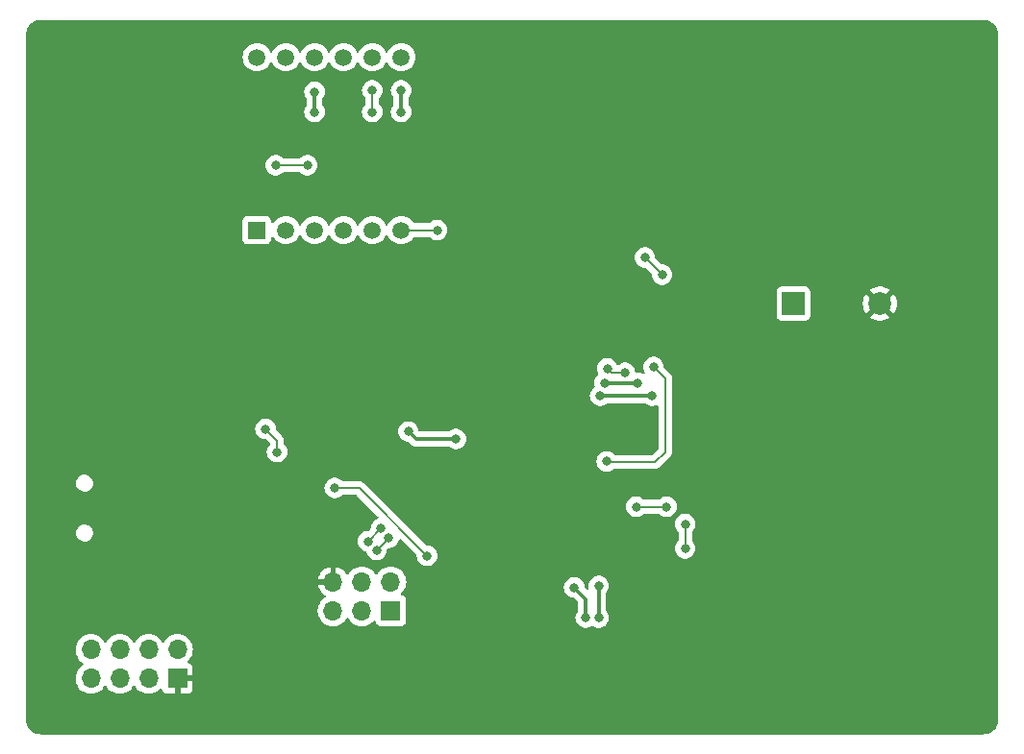
<source format=gbr>
%TF.GenerationSoftware,KiCad,Pcbnew,7.0.1*%
%TF.CreationDate,2023-04-15T03:24:23-06:00*%
%TF.ProjectId,Phase_B_ATMEGA_v3,50686173-655f-4425-9f41-544d4547415f,rev?*%
%TF.SameCoordinates,Original*%
%TF.FileFunction,Copper,L2,Bot*%
%TF.FilePolarity,Positive*%
%FSLAX46Y46*%
G04 Gerber Fmt 4.6, Leading zero omitted, Abs format (unit mm)*
G04 Created by KiCad (PCBNEW 7.0.1) date 2023-04-15 03:24:23*
%MOMM*%
%LPD*%
G01*
G04 APERTURE LIST*
%TA.AperFunction,ComponentPad*%
%ADD10R,1.700000X1.700000*%
%TD*%
%TA.AperFunction,ComponentPad*%
%ADD11O,1.700000X1.700000*%
%TD*%
%TA.AperFunction,ComponentPad*%
%ADD12R,1.500000X1.500000*%
%TD*%
%TA.AperFunction,ComponentPad*%
%ADD13C,1.500000*%
%TD*%
%TA.AperFunction,ComponentPad*%
%ADD14R,2.000000X2.000000*%
%TD*%
%TA.AperFunction,ComponentPad*%
%ADD15C,2.000000*%
%TD*%
%TA.AperFunction,ViaPad*%
%ADD16C,0.800000*%
%TD*%
%TA.AperFunction,Conductor*%
%ADD17C,0.203200*%
%TD*%
%TA.AperFunction,Conductor*%
%ADD18C,0.304800*%
%TD*%
G04 APERTURE END LIST*
D10*
%TO.P,J1,1,MISO*%
%TO.N,MISO*%
X113142000Y-99842000D03*
D11*
%TO.P,J1,2,VCC*%
%TO.N,+5V*%
X113142000Y-97302000D03*
%TO.P,J1,3,SCK*%
%TO.N,SCK*%
X110602000Y-99842000D03*
%TO.P,J1,4,MOSI*%
%TO.N,MOSI*%
X110602000Y-97302000D03*
%TO.P,J1,5,~{RST}*%
%TO.N,RST*%
X108062000Y-99842000D03*
%TO.P,J1,6,GND*%
%TO.N,GND*%
X108062000Y-97302000D03*
%TD*%
D12*
%TO.P,U1,1,e*%
%TO.N,Net-(U1-e)*%
X101346000Y-66294000D03*
D13*
%TO.P,U1,2,d*%
%TO.N,Net-(U1-d)*%
X103886000Y-66294000D03*
%TO.P,U1,3,DPX*%
%TO.N,Net-(U1-DPX)*%
X106426000Y-66294000D03*
%TO.P,U1,4,c*%
%TO.N,Net-(U1-c)*%
X108966000Y-66294000D03*
%TO.P,U1,5,g*%
%TO.N,Net-(U1-g)*%
X111506000Y-66294000D03*
%TO.P,U1,6,CA4*%
%TO.N,Dig4*%
X114046000Y-66294000D03*
%TO.P,U1,7,b*%
%TO.N,Net-(U1-b)*%
X114046000Y-51054000D03*
%TO.P,U1,8,CA3*%
%TO.N,Dig3*%
X111506000Y-51054000D03*
%TO.P,U1,9,CA2*%
%TO.N,Dig2*%
X108966000Y-51054000D03*
%TO.P,U1,10,f*%
%TO.N,Net-(U1-f)*%
X106426000Y-51054000D03*
%TO.P,U1,11,a*%
%TO.N,Net-(U1-a)*%
X103886000Y-51054000D03*
%TO.P,U1,12,CA1*%
%TO.N,Dig1*%
X101346000Y-51054000D03*
%TD*%
D14*
%TO.P,LS1,1,1*%
%TO.N,Buzzer*%
X148600000Y-72771000D03*
D15*
%TO.P,LS1,2,2*%
%TO.N,GND*%
X156200000Y-72771000D03*
%TD*%
D10*
%TO.P,J3,1,Pin_1*%
%TO.N,GND*%
X94351000Y-105811000D03*
D11*
%TO.P,J3,2,Pin_2*%
%TO.N,TX*%
X94351000Y-103271000D03*
%TO.P,J3,3,Pin_3*%
%TO.N,unconnected-(J3-Pin_3-Pad3)*%
X91811000Y-105811000D03*
%TO.P,J3,4,Pin_4*%
%TO.N,+3.3V*%
X91811000Y-103271000D03*
%TO.P,J3,5,Pin_5*%
%TO.N,Net-(J3-Pin_5)*%
X89271000Y-105811000D03*
%TO.P,J3,6,Pin_6*%
%TO.N,+3.3V*%
X89271000Y-103271000D03*
%TO.P,J3,7,Pin_7*%
%TO.N,RX*%
X86731000Y-105811000D03*
%TO.P,J3,8,Pin_8*%
%TO.N,+3.3V*%
X86731000Y-103271000D03*
%TD*%
D16*
%TO.N,GND*%
X94927568Y-90373676D03*
X132969000Y-73787000D03*
X122428000Y-99949000D03*
X99314000Y-94996000D03*
X121666000Y-85725000D03*
X127762000Y-85598000D03*
X140208000Y-106148500D03*
X98425000Y-79502000D03*
X133223000Y-94742000D03*
X115659806Y-82987896D03*
X120240310Y-89111157D03*
X107843284Y-79185837D03*
X121001928Y-104528392D03*
X123761691Y-106024351D03*
X96520000Y-96139000D03*
X102997000Y-99949000D03*
X114632608Y-90938694D03*
X128174878Y-102846028D03*
X90297000Y-92456000D03*
X102108000Y-81788000D03*
X140208000Y-91416500D03*
X125416240Y-101513888D03*
X130595586Y-85193476D03*
X129206701Y-94096659D03*
X114626396Y-89411820D03*
X102997000Y-94488000D03*
X118836998Y-81379074D03*
X116967000Y-108204000D03*
X140026000Y-73660000D03*
X113411000Y-76962000D03*
X130302000Y-81407000D03*
X123063000Y-80772000D03*
X114681000Y-86614000D03*
X123089352Y-94373580D03*
%TO.N,Buzzer*%
X137414000Y-90678000D03*
X134747000Y-90678000D03*
%TO.N,Button_1*%
X139065000Y-92202000D03*
X139065000Y-94361000D03*
%TO.N,Net-(U1-b)*%
X114046000Y-53975000D03*
X114046000Y-55880000D03*
%TO.N,Net-(U1-f)*%
X106426000Y-54102000D03*
X106426000Y-55880000D03*
%TO.N,Dig4*%
X132207000Y-78486000D03*
X133750100Y-78867000D03*
X117221000Y-66294000D03*
%TO.N,Dig3*%
X111506000Y-55880000D03*
X108204000Y-89027000D03*
X116332000Y-94996000D03*
X111506000Y-53975000D03*
X103124000Y-85852000D03*
X102108000Y-83820000D03*
X102997000Y-60579000D03*
X105791000Y-60579000D03*
%TO.N,Dig2*%
X137033000Y-70231000D03*
X135509000Y-68707000D03*
%TO.N,Dig1*%
X132155747Y-86689747D03*
X136271000Y-78359000D03*
%TO.N,SH_CP*%
X118872000Y-84709000D03*
X114681000Y-84043500D03*
%TO.N,ST_CP*%
X136144000Y-80899000D03*
X131572000Y-80899000D03*
%TO.N,DS*%
X131953000Y-79756000D03*
X134874000Y-79756000D03*
%TO.N,SCK*%
X112268000Y-92583000D03*
X111125000Y-93728600D03*
%TO.N,MOSI*%
X112954253Y-93420747D03*
X111887000Y-94488000D03*
%TO.N,TX*%
X129286000Y-97790000D03*
X130302000Y-100457000D03*
%TO.N,RX*%
X131445000Y-97663000D03*
X131445000Y-100457000D03*
%TD*%
D17*
%TO.N,Buzzer*%
X134747000Y-90678000D02*
X137414000Y-90678000D01*
%TO.N,Button_1*%
X139065000Y-94361000D02*
X139065000Y-92202000D01*
D18*
%TO.N,Net-(U1-b)*%
X114046000Y-53975000D02*
X114046000Y-55880000D01*
%TO.N,Net-(U1-f)*%
X106426000Y-55880000D02*
X106426000Y-54102000D01*
D17*
%TO.N,Dig4*%
X132588000Y-78867000D02*
X132207000Y-78486000D01*
X117221000Y-66294000D02*
X114046000Y-66294000D01*
X133750100Y-78867000D02*
X132588000Y-78867000D01*
%TO.N,Dig3*%
X103124000Y-84836000D02*
X103124000Y-85852000D01*
X108204000Y-89027000D02*
X110363000Y-89027000D01*
X111506000Y-53975000D02*
X111506000Y-55880000D01*
X105791000Y-60579000D02*
X102997000Y-60579000D01*
X110363000Y-89027000D02*
X116332000Y-94996000D01*
X102108000Y-83820000D02*
X103124000Y-84836000D01*
%TO.N,Dig2*%
X137033000Y-70231000D02*
X135509000Y-68707000D01*
%TO.N,Dig1*%
X137287000Y-79375000D02*
X137287000Y-85852000D01*
X137287000Y-79375000D02*
X136271000Y-78359000D01*
X137287000Y-85852000D02*
X136398000Y-86741000D01*
X136398000Y-86741000D02*
X132207000Y-86741000D01*
X132207000Y-86741000D02*
X132155747Y-86689747D01*
D18*
%TO.N,SH_CP*%
X118872000Y-84709000D02*
X115346500Y-84709000D01*
X115346500Y-84709000D02*
X114681000Y-84043500D01*
%TO.N,ST_CP*%
X136144000Y-80899000D02*
X131572000Y-80899000D01*
%TO.N,DS*%
X131953000Y-79756000D02*
X134874000Y-79756000D01*
D17*
%TO.N,SCK*%
X112268000Y-92583000D02*
X112268000Y-92585600D01*
X112268000Y-92585600D02*
X111125000Y-93728600D01*
%TO.N,MOSI*%
X112903000Y-93472000D02*
X111887000Y-94488000D01*
D18*
%TO.N,TX*%
X130302000Y-98806000D02*
X130302000Y-100457000D01*
X129286000Y-97790000D02*
X130302000Y-98806000D01*
%TO.N,RX*%
X131445000Y-97663000D02*
X131445000Y-100457000D01*
%TD*%
%TA.AperFunction,Conductor*%
%TO.N,GND*%
G36*
X165358853Y-47752882D02*
G01*
X165361530Y-47753092D01*
X165410632Y-47756957D01*
X165411244Y-47757008D01*
X165551579Y-47769285D01*
X165569698Y-47772236D01*
X165648494Y-47791153D01*
X165651476Y-47791910D01*
X165756793Y-47820130D01*
X165772150Y-47825343D01*
X165800451Y-47837065D01*
X165852496Y-47858622D01*
X165857376Y-47860770D01*
X165950788Y-47904329D01*
X165963135Y-47910963D01*
X166039163Y-47957553D01*
X166045477Y-47961694D01*
X166128166Y-48019594D01*
X166137551Y-48026860D01*
X166205975Y-48085299D01*
X166213124Y-48091908D01*
X166284090Y-48162874D01*
X166290699Y-48170023D01*
X166349135Y-48238442D01*
X166356414Y-48247844D01*
X166414299Y-48330513D01*
X166418451Y-48336845D01*
X166465028Y-48412852D01*
X166471680Y-48425231D01*
X166515208Y-48518577D01*
X166517388Y-48523531D01*
X166550655Y-48603848D01*
X166555868Y-48619205D01*
X166584067Y-48724442D01*
X166584866Y-48727589D01*
X166603760Y-48806290D01*
X166606714Y-48824430D01*
X166618967Y-48964487D01*
X166619057Y-48965562D01*
X166623118Y-49017145D01*
X166623500Y-49026877D01*
X166623500Y-109469123D01*
X166623117Y-109478855D01*
X166619056Y-109530436D01*
X166618967Y-109531511D01*
X166606714Y-109671568D01*
X166603760Y-109689708D01*
X166584866Y-109768409D01*
X166584067Y-109771556D01*
X166555868Y-109876793D01*
X166550655Y-109892150D01*
X166517388Y-109972467D01*
X166515208Y-109977421D01*
X166471680Y-110070767D01*
X166465025Y-110083153D01*
X166418451Y-110159153D01*
X166414299Y-110165485D01*
X166356414Y-110248154D01*
X166349129Y-110257563D01*
X166290699Y-110325975D01*
X166284090Y-110333124D01*
X166213124Y-110404090D01*
X166205975Y-110410699D01*
X166137563Y-110469129D01*
X166128154Y-110476414D01*
X166045485Y-110534299D01*
X166039153Y-110538451D01*
X165963153Y-110585025D01*
X165950767Y-110591680D01*
X165857421Y-110635208D01*
X165852467Y-110637388D01*
X165772150Y-110670655D01*
X165756793Y-110675868D01*
X165651556Y-110704067D01*
X165648409Y-110704866D01*
X165569708Y-110723760D01*
X165551568Y-110726714D01*
X165411511Y-110738967D01*
X165410436Y-110739056D01*
X165358855Y-110743117D01*
X165349123Y-110743500D01*
X82300877Y-110743500D01*
X82291147Y-110743118D01*
X82286829Y-110742778D01*
X82239562Y-110739057D01*
X82238487Y-110738967D01*
X82098430Y-110726714D01*
X82080290Y-110723760D01*
X82001589Y-110704866D01*
X81998442Y-110704067D01*
X81893205Y-110675868D01*
X81877848Y-110670655D01*
X81797531Y-110637388D01*
X81792577Y-110635208D01*
X81699224Y-110591676D01*
X81686852Y-110585028D01*
X81639554Y-110556044D01*
X81610845Y-110538451D01*
X81604513Y-110534299D01*
X81569624Y-110509869D01*
X81521839Y-110476410D01*
X81512442Y-110469135D01*
X81444023Y-110410699D01*
X81436874Y-110404090D01*
X81365908Y-110333124D01*
X81359299Y-110325975D01*
X81338545Y-110301675D01*
X81300860Y-110257551D01*
X81293594Y-110248166D01*
X81235694Y-110165477D01*
X81231547Y-110159153D01*
X81184963Y-110083135D01*
X81178329Y-110070788D01*
X81134770Y-109977376D01*
X81132622Y-109972496D01*
X81099343Y-109892150D01*
X81094130Y-109876793D01*
X81065910Y-109771476D01*
X81065153Y-109768494D01*
X81046236Y-109689698D01*
X81043285Y-109671579D01*
X81031008Y-109531244D01*
X81030957Y-109530632D01*
X81026882Y-109478853D01*
X81026500Y-109469126D01*
X81026500Y-105811000D01*
X85375340Y-105811000D01*
X85395936Y-106046407D01*
X85440709Y-106213501D01*
X85457097Y-106274663D01*
X85556965Y-106488830D01*
X85692505Y-106682401D01*
X85859599Y-106849495D01*
X86053170Y-106985035D01*
X86267337Y-107084903D01*
X86495592Y-107146063D01*
X86731000Y-107166659D01*
X86966408Y-107146063D01*
X87194663Y-107084903D01*
X87408830Y-106985035D01*
X87602401Y-106849495D01*
X87769495Y-106682401D01*
X87899426Y-106496839D01*
X87943743Y-106457975D01*
X88001000Y-106443964D01*
X88058257Y-106457975D01*
X88102573Y-106496839D01*
X88232505Y-106682401D01*
X88399599Y-106849495D01*
X88593170Y-106985035D01*
X88807337Y-107084903D01*
X89035592Y-107146063D01*
X89271000Y-107166659D01*
X89506408Y-107146063D01*
X89734663Y-107084903D01*
X89948830Y-106985035D01*
X90142401Y-106849495D01*
X90309495Y-106682401D01*
X90439426Y-106496839D01*
X90483743Y-106457975D01*
X90541000Y-106443964D01*
X90598257Y-106457975D01*
X90642573Y-106496839D01*
X90772505Y-106682401D01*
X90939599Y-106849495D01*
X91133170Y-106985035D01*
X91347337Y-107084903D01*
X91575592Y-107146063D01*
X91811000Y-107166659D01*
X92046408Y-107146063D01*
X92274663Y-107084903D01*
X92488830Y-106985035D01*
X92682401Y-106849495D01*
X92804717Y-106727178D01*
X92857460Y-106695885D01*
X92918752Y-106693696D01*
X92973597Y-106721149D01*
X93008577Y-106771528D01*
X93057647Y-106903088D01*
X93143811Y-107018188D01*
X93258910Y-107104352D01*
X93393624Y-107154597D01*
X93453176Y-107161000D01*
X94101000Y-107161000D01*
X94101000Y-106061000D01*
X94601000Y-106061000D01*
X94601000Y-107161000D01*
X95248824Y-107161000D01*
X95308375Y-107154597D01*
X95443089Y-107104352D01*
X95558188Y-107018188D01*
X95644352Y-106903089D01*
X95694597Y-106768375D01*
X95701000Y-106708824D01*
X95701000Y-106061000D01*
X94601000Y-106061000D01*
X94101000Y-106061000D01*
X94101000Y-105685000D01*
X94117613Y-105623000D01*
X94163000Y-105577613D01*
X94225000Y-105561000D01*
X95701000Y-105561000D01*
X95701000Y-104913176D01*
X95694597Y-104853624D01*
X95644352Y-104718910D01*
X95558188Y-104603811D01*
X95443088Y-104517647D01*
X95311528Y-104468577D01*
X95261149Y-104433597D01*
X95233696Y-104378752D01*
X95235885Y-104317460D01*
X95267178Y-104264717D01*
X95389495Y-104142401D01*
X95525035Y-103948830D01*
X95624903Y-103734663D01*
X95686063Y-103506408D01*
X95706659Y-103271000D01*
X95686063Y-103035592D01*
X95624903Y-102807337D01*
X95525035Y-102593171D01*
X95389495Y-102399599D01*
X95222401Y-102232505D01*
X95028830Y-102096965D01*
X94814663Y-101997097D01*
X94753502Y-101980709D01*
X94586407Y-101935936D01*
X94351000Y-101915340D01*
X94115592Y-101935936D01*
X93887336Y-101997097D01*
X93673170Y-102096965D01*
X93479598Y-102232505D01*
X93312505Y-102399598D01*
X93182575Y-102585159D01*
X93138257Y-102624025D01*
X93081000Y-102638036D01*
X93023743Y-102624025D01*
X92979425Y-102585159D01*
X92849494Y-102399598D01*
X92682404Y-102232508D01*
X92682401Y-102232505D01*
X92488830Y-102096965D01*
X92274663Y-101997097D01*
X92213502Y-101980709D01*
X92046407Y-101935936D01*
X91811000Y-101915340D01*
X91575592Y-101935936D01*
X91347336Y-101997097D01*
X91133170Y-102096965D01*
X90939598Y-102232505D01*
X90772505Y-102399598D01*
X90642575Y-102585159D01*
X90598257Y-102624025D01*
X90541000Y-102638036D01*
X90483743Y-102624025D01*
X90439425Y-102585159D01*
X90309494Y-102399598D01*
X90142404Y-102232508D01*
X90142401Y-102232505D01*
X89948830Y-102096965D01*
X89734663Y-101997097D01*
X89673502Y-101980709D01*
X89506407Y-101935936D01*
X89271000Y-101915340D01*
X89035592Y-101935936D01*
X88807336Y-101997097D01*
X88593170Y-102096965D01*
X88399598Y-102232505D01*
X88232505Y-102399598D01*
X88102575Y-102585159D01*
X88058257Y-102624025D01*
X88001000Y-102638036D01*
X87943743Y-102624025D01*
X87899425Y-102585159D01*
X87769494Y-102399598D01*
X87602404Y-102232508D01*
X87602401Y-102232505D01*
X87408830Y-102096965D01*
X87194663Y-101997097D01*
X87133502Y-101980709D01*
X86966407Y-101935936D01*
X86731000Y-101915340D01*
X86495592Y-101935936D01*
X86267336Y-101997097D01*
X86053170Y-102096965D01*
X85859598Y-102232505D01*
X85692505Y-102399598D01*
X85556965Y-102593170D01*
X85457097Y-102807336D01*
X85395936Y-103035592D01*
X85375340Y-103270999D01*
X85395936Y-103506407D01*
X85440709Y-103673502D01*
X85457097Y-103734663D01*
X85556965Y-103948830D01*
X85692505Y-104142401D01*
X85859599Y-104309495D01*
X86045160Y-104439426D01*
X86084024Y-104483743D01*
X86098035Y-104541000D01*
X86084024Y-104598257D01*
X86045159Y-104642575D01*
X85859595Y-104772508D01*
X85692505Y-104939598D01*
X85556965Y-105133170D01*
X85457097Y-105347336D01*
X85395936Y-105575592D01*
X85375340Y-105811000D01*
X81026500Y-105811000D01*
X81026500Y-99842000D01*
X106706340Y-99842000D01*
X106726936Y-100077407D01*
X106771709Y-100244501D01*
X106788097Y-100305663D01*
X106887965Y-100519830D01*
X107023505Y-100713401D01*
X107190599Y-100880495D01*
X107384170Y-101016035D01*
X107598337Y-101115903D01*
X107826592Y-101177063D01*
X108062000Y-101197659D01*
X108297408Y-101177063D01*
X108525663Y-101115903D01*
X108739830Y-101016035D01*
X108933401Y-100880495D01*
X109100495Y-100713401D01*
X109230426Y-100527839D01*
X109274743Y-100488975D01*
X109332000Y-100474964D01*
X109389257Y-100488975D01*
X109433573Y-100527839D01*
X109563505Y-100713401D01*
X109730599Y-100880495D01*
X109924170Y-101016035D01*
X110138337Y-101115903D01*
X110366592Y-101177063D01*
X110602000Y-101197659D01*
X110837408Y-101177063D01*
X111065663Y-101115903D01*
X111279830Y-101016035D01*
X111473401Y-100880495D01*
X111595329Y-100758566D01*
X111648072Y-100727273D01*
X111709365Y-100725084D01*
X111764209Y-100752537D01*
X111799189Y-100802916D01*
X111848204Y-100934331D01*
X111934454Y-101049546D01*
X112049669Y-101135796D01*
X112184517Y-101186091D01*
X112244127Y-101192500D01*
X114039872Y-101192499D01*
X114099483Y-101186091D01*
X114234331Y-101135796D01*
X114349546Y-101049546D01*
X114435796Y-100934331D01*
X114486091Y-100799483D01*
X114492500Y-100739873D01*
X114492499Y-98944128D01*
X114486091Y-98884517D01*
X114435796Y-98749669D01*
X114349546Y-98634454D01*
X114234331Y-98548204D01*
X114172898Y-98525291D01*
X114102916Y-98499189D01*
X114052537Y-98464209D01*
X114025084Y-98409365D01*
X114027273Y-98348072D01*
X114058566Y-98295329D01*
X114180495Y-98173401D01*
X114316035Y-97979830D01*
X114404554Y-97790000D01*
X128380540Y-97790000D01*
X128400326Y-97978257D01*
X128458820Y-98158284D01*
X128553466Y-98322216D01*
X128680129Y-98462889D01*
X128833269Y-98574151D01*
X129006197Y-98651144D01*
X129191352Y-98690500D01*
X129191354Y-98690500D01*
X129211798Y-98690500D01*
X129259251Y-98699939D01*
X129299479Y-98726819D01*
X129612781Y-99040121D01*
X129639661Y-99080349D01*
X129649100Y-99127802D01*
X129649100Y-99788744D01*
X129640864Y-99833182D01*
X129617249Y-99871717D01*
X129569466Y-99924783D01*
X129474820Y-100088715D01*
X129416326Y-100268742D01*
X129416325Y-100268744D01*
X129416326Y-100268744D01*
X129396540Y-100457000D01*
X129406432Y-100551127D01*
X129416326Y-100645257D01*
X129474820Y-100825284D01*
X129569466Y-100989216D01*
X129696129Y-101129889D01*
X129849269Y-101241151D01*
X130022197Y-101318144D01*
X130207352Y-101357500D01*
X130207354Y-101357500D01*
X130396646Y-101357500D01*
X130396648Y-101357500D01*
X130520084Y-101331262D01*
X130581803Y-101318144D01*
X130754730Y-101241151D01*
X130800616Y-101207811D01*
X130847717Y-101186841D01*
X130899280Y-101186841D01*
X130946385Y-101207814D01*
X130992269Y-101241151D01*
X131165197Y-101318144D01*
X131350352Y-101357500D01*
X131350354Y-101357500D01*
X131539646Y-101357500D01*
X131539648Y-101357500D01*
X131663084Y-101331262D01*
X131724803Y-101318144D01*
X131897730Y-101241151D01*
X131985940Y-101177063D01*
X132050870Y-101129889D01*
X132177533Y-100989216D01*
X132272179Y-100825284D01*
X132308532Y-100713401D01*
X132330674Y-100645256D01*
X132350460Y-100457000D01*
X132330674Y-100268744D01*
X132272179Y-100088716D01*
X132272179Y-100088715D01*
X132177533Y-99924783D01*
X132129751Y-99871717D01*
X132106136Y-99833182D01*
X132097900Y-99788744D01*
X132097900Y-98331256D01*
X132106136Y-98286818D01*
X132129751Y-98248283D01*
X132177533Y-98195216D01*
X132272179Y-98031284D01*
X132272178Y-98031284D01*
X132330674Y-97851256D01*
X132350460Y-97663000D01*
X132330674Y-97474744D01*
X132274546Y-97302000D01*
X132272179Y-97294715D01*
X132177533Y-97130783D01*
X132050870Y-96990110D01*
X131897730Y-96878848D01*
X131724802Y-96801855D01*
X131539648Y-96762500D01*
X131539646Y-96762500D01*
X131350354Y-96762500D01*
X131350352Y-96762500D01*
X131165197Y-96801855D01*
X130992269Y-96878848D01*
X130839129Y-96990110D01*
X130712466Y-97130783D01*
X130617820Y-97294715D01*
X130559326Y-97474742D01*
X130539540Y-97663000D01*
X130556635Y-97825651D01*
X130548122Y-97885465D01*
X130512354Y-97934156D01*
X130457823Y-97960166D01*
X130397474Y-97957320D01*
X130345633Y-97926293D01*
X130220410Y-97801070D01*
X130196170Y-97766772D01*
X130184770Y-97726351D01*
X130178112Y-97663000D01*
X130171674Y-97601744D01*
X130113179Y-97421716D01*
X130113179Y-97421715D01*
X130018533Y-97257783D01*
X129891870Y-97117110D01*
X129738730Y-97005848D01*
X129565802Y-96928855D01*
X129380648Y-96889500D01*
X129380646Y-96889500D01*
X129191354Y-96889500D01*
X129191352Y-96889500D01*
X129006197Y-96928855D01*
X128833269Y-97005848D01*
X128680129Y-97117110D01*
X128553466Y-97257783D01*
X128458820Y-97421715D01*
X128400326Y-97601742D01*
X128380540Y-97790000D01*
X114404554Y-97790000D01*
X114415903Y-97765663D01*
X114477063Y-97537408D01*
X114497659Y-97302000D01*
X114477063Y-97066592D01*
X114415903Y-96838337D01*
X114316035Y-96624171D01*
X114180495Y-96430599D01*
X114013401Y-96263505D01*
X113819830Y-96127965D01*
X113605663Y-96028097D01*
X113544502Y-96011709D01*
X113377407Y-95966936D01*
X113142000Y-95946340D01*
X112906592Y-95966936D01*
X112678336Y-96028097D01*
X112464170Y-96127965D01*
X112270598Y-96263505D01*
X112103508Y-96430595D01*
X111973574Y-96616160D01*
X111929255Y-96655026D01*
X111871999Y-96669036D01*
X111814742Y-96655025D01*
X111770426Y-96616161D01*
X111640495Y-96430599D01*
X111473401Y-96263505D01*
X111279830Y-96127965D01*
X111065663Y-96028097D01*
X111004502Y-96011709D01*
X110837407Y-95966936D01*
X110602000Y-95946340D01*
X110366592Y-95966936D01*
X110138336Y-96028097D01*
X109924170Y-96127965D01*
X109730598Y-96263505D01*
X109563508Y-96430595D01*
X109433269Y-96616596D01*
X109388951Y-96655461D01*
X109331694Y-96669472D01*
X109274437Y-96655461D01*
X109230119Y-96616595D01*
X109100109Y-96430921D01*
X108933081Y-96263893D01*
X108739576Y-96128399D01*
X108525492Y-96028569D01*
X108312000Y-95971364D01*
X108312000Y-97428000D01*
X108295387Y-97490000D01*
X108250000Y-97535387D01*
X108188000Y-97552000D01*
X106731364Y-97552000D01*
X106788569Y-97765492D01*
X106888399Y-97979576D01*
X107023893Y-98173081D01*
X107190918Y-98340106D01*
X107376595Y-98470119D01*
X107415460Y-98514437D01*
X107429471Y-98571694D01*
X107415460Y-98628951D01*
X107376595Y-98673269D01*
X107190595Y-98803508D01*
X107023505Y-98970598D01*
X106887965Y-99164170D01*
X106788097Y-99378336D01*
X106726936Y-99606592D01*
X106706340Y-99842000D01*
X81026500Y-99842000D01*
X81026500Y-97052000D01*
X106731364Y-97052000D01*
X107812000Y-97052000D01*
X107812000Y-95971364D01*
X107811999Y-95971364D01*
X107598507Y-96028569D01*
X107384421Y-96128400D01*
X107190921Y-96263890D01*
X107023890Y-96430921D01*
X106888400Y-96624421D01*
X106788569Y-96838507D01*
X106731364Y-97051999D01*
X106731364Y-97052000D01*
X81026500Y-97052000D01*
X81026500Y-93043934D01*
X85407668Y-93043934D01*
X85423058Y-93131207D01*
X85438135Y-93216711D01*
X85504198Y-93369863D01*
X85507623Y-93377804D01*
X85612390Y-93518530D01*
X85746783Y-93631300D01*
X85746784Y-93631300D01*
X85746786Y-93631302D01*
X85903567Y-93710040D01*
X85903568Y-93710040D01*
X85903570Y-93710041D01*
X86074277Y-93750500D01*
X86074279Y-93750500D01*
X86205704Y-93750500D01*
X86205709Y-93750500D01*
X86336255Y-93735241D01*
X86501117Y-93675237D01*
X86647696Y-93578830D01*
X86768092Y-93451218D01*
X86855812Y-93299281D01*
X86906130Y-93131210D01*
X86916331Y-92956065D01*
X86885865Y-92783289D01*
X86816377Y-92622196D01*
X86711610Y-92481470D01*
X86711609Y-92481469D01*
X86577216Y-92368699D01*
X86420429Y-92289958D01*
X86249723Y-92249500D01*
X86249721Y-92249500D01*
X86118291Y-92249500D01*
X86036699Y-92259036D01*
X85987742Y-92264759D01*
X85822883Y-92324762D01*
X85676303Y-92421170D01*
X85555908Y-92548780D01*
X85468188Y-92700718D01*
X85468188Y-92700719D01*
X85417870Y-92868790D01*
X85417869Y-92868792D01*
X85417870Y-92868792D01*
X85407668Y-93043934D01*
X81026500Y-93043934D01*
X81026500Y-88643934D01*
X85407668Y-88643934D01*
X85410275Y-88658716D01*
X85438135Y-88816711D01*
X85473752Y-88899281D01*
X85507623Y-88977804D01*
X85612390Y-89118530D01*
X85746783Y-89231300D01*
X85746784Y-89231300D01*
X85746786Y-89231302D01*
X85903567Y-89310040D01*
X85903568Y-89310040D01*
X85903570Y-89310041D01*
X86074277Y-89350500D01*
X86074279Y-89350500D01*
X86205704Y-89350500D01*
X86205709Y-89350500D01*
X86336255Y-89335241D01*
X86501117Y-89275237D01*
X86647696Y-89178830D01*
X86768092Y-89051218D01*
X86782074Y-89027000D01*
X107298540Y-89027000D01*
X107318326Y-89215257D01*
X107376820Y-89395284D01*
X107471466Y-89559216D01*
X107598129Y-89699889D01*
X107751269Y-89811151D01*
X107924197Y-89888144D01*
X108109352Y-89927500D01*
X108109354Y-89927500D01*
X108298646Y-89927500D01*
X108298648Y-89927500D01*
X108422083Y-89901262D01*
X108483803Y-89888144D01*
X108656730Y-89811151D01*
X108809871Y-89699888D01*
X108836667Y-89670127D01*
X108878381Y-89639820D01*
X108928817Y-89629100D01*
X110062240Y-89629100D01*
X110109693Y-89638539D01*
X110149921Y-89665419D01*
X112011572Y-91527070D01*
X112042313Y-91577980D01*
X112045815Y-91637348D01*
X112021271Y-91691518D01*
X111974327Y-91728030D01*
X111815269Y-91798848D01*
X111662129Y-91910110D01*
X111535466Y-92050783D01*
X111440820Y-92214715D01*
X111382326Y-92394742D01*
X111373211Y-92481469D01*
X111363877Y-92570284D01*
X111361178Y-92595961D01*
X111359322Y-92595765D01*
X111355302Y-92629718D01*
X111326098Y-92676002D01*
X111210322Y-92791780D01*
X111170093Y-92818661D01*
X111122640Y-92828100D01*
X111030352Y-92828100D01*
X110845197Y-92867455D01*
X110672269Y-92944448D01*
X110519129Y-93055710D01*
X110392466Y-93196383D01*
X110297820Y-93360315D01*
X110239326Y-93540342D01*
X110219540Y-93728600D01*
X110239326Y-93916857D01*
X110297820Y-94096884D01*
X110392466Y-94260816D01*
X110519129Y-94401489D01*
X110672269Y-94512751D01*
X110845193Y-94589743D01*
X110845196Y-94589743D01*
X110845197Y-94589744D01*
X110912687Y-94604089D01*
X110969878Y-94633229D01*
X111004837Y-94687061D01*
X111059820Y-94856284D01*
X111154466Y-95020216D01*
X111281129Y-95160889D01*
X111434269Y-95272151D01*
X111607197Y-95349144D01*
X111792352Y-95388500D01*
X111792354Y-95388500D01*
X111981646Y-95388500D01*
X111981648Y-95388500D01*
X112105084Y-95362262D01*
X112166803Y-95349144D01*
X112339730Y-95272151D01*
X112492871Y-95160888D01*
X112619533Y-95020216D01*
X112714179Y-94856284D01*
X112772674Y-94676256D01*
X112792460Y-94488000D01*
X112792459Y-94487998D01*
X112793822Y-94475038D01*
X112796199Y-94475287D01*
X112799937Y-94443652D01*
X112829151Y-94397346D01*
X112868935Y-94357564D01*
X112909163Y-94330685D01*
X112956614Y-94321247D01*
X113048901Y-94321247D01*
X113172336Y-94295009D01*
X113234056Y-94281891D01*
X113406983Y-94204898D01*
X113503388Y-94134856D01*
X113560123Y-94093636D01*
X113686786Y-93952963D01*
X113781432Y-93789031D01*
X113781432Y-93789030D01*
X113839585Y-93610055D01*
X113873344Y-93557319D01*
X113928568Y-93527801D01*
X113991174Y-93529031D01*
X114045196Y-93560694D01*
X115389850Y-94905348D01*
X115419055Y-94951632D01*
X115422803Y-94983288D01*
X115425178Y-94983039D01*
X115446326Y-95184257D01*
X115504820Y-95364284D01*
X115599466Y-95528216D01*
X115726129Y-95668889D01*
X115879269Y-95780151D01*
X116052197Y-95857144D01*
X116237352Y-95896500D01*
X116237354Y-95896500D01*
X116426646Y-95896500D01*
X116426648Y-95896500D01*
X116550083Y-95870262D01*
X116611803Y-95857144D01*
X116784730Y-95780151D01*
X116937871Y-95668888D01*
X117064533Y-95528216D01*
X117159179Y-95364284D01*
X117217674Y-95184256D01*
X117237460Y-94996000D01*
X117217674Y-94807744D01*
X117187332Y-94714363D01*
X117159179Y-94627715D01*
X117064533Y-94463783D01*
X116971986Y-94361000D01*
X138159540Y-94361000D01*
X138167756Y-94439170D01*
X138179326Y-94549257D01*
X138237820Y-94729284D01*
X138332466Y-94893216D01*
X138459129Y-95033889D01*
X138612269Y-95145151D01*
X138785197Y-95222144D01*
X138970352Y-95261500D01*
X138970354Y-95261500D01*
X139159646Y-95261500D01*
X139159648Y-95261500D01*
X139283083Y-95235262D01*
X139344803Y-95222144D01*
X139517730Y-95145151D01*
X139670871Y-95033888D01*
X139797533Y-94893216D01*
X139892179Y-94729284D01*
X139950674Y-94549256D01*
X139970460Y-94361000D01*
X139950674Y-94172744D01*
X139892179Y-93992716D01*
X139892179Y-93992715D01*
X139797533Y-93828783D01*
X139698950Y-93719296D01*
X139675336Y-93680762D01*
X139667100Y-93636324D01*
X139667100Y-92926676D01*
X139675336Y-92882238D01*
X139698950Y-92843704D01*
X139797533Y-92734216D01*
X139892179Y-92570284D01*
X139899166Y-92548780D01*
X139950674Y-92390256D01*
X139970460Y-92202000D01*
X139950674Y-92013744D01*
X139892179Y-91833716D01*
X139892179Y-91833715D01*
X139797533Y-91669783D01*
X139670870Y-91529110D01*
X139517730Y-91417848D01*
X139344802Y-91340855D01*
X139159648Y-91301500D01*
X139159646Y-91301500D01*
X138970354Y-91301500D01*
X138970352Y-91301500D01*
X138785197Y-91340855D01*
X138612269Y-91417848D01*
X138459129Y-91529110D01*
X138332466Y-91669783D01*
X138237820Y-91833715D01*
X138179326Y-92013742D01*
X138179325Y-92013744D01*
X138179326Y-92013744D01*
X138159540Y-92202000D01*
X138164532Y-92249500D01*
X138179326Y-92390257D01*
X138237820Y-92570284D01*
X138332466Y-92734216D01*
X138431050Y-92843704D01*
X138454664Y-92882238D01*
X138462900Y-92926676D01*
X138462900Y-93636324D01*
X138454664Y-93680762D01*
X138431050Y-93719296D01*
X138332466Y-93828783D01*
X138237820Y-93992715D01*
X138179326Y-94172742D01*
X138175216Y-94211848D01*
X138159540Y-94361000D01*
X116971986Y-94361000D01*
X116937870Y-94323110D01*
X116784730Y-94211848D01*
X116611802Y-94134855D01*
X116426648Y-94095500D01*
X116426646Y-94095500D01*
X116334360Y-94095500D01*
X116286907Y-94086061D01*
X116246679Y-94059181D01*
X112865498Y-90678000D01*
X133841540Y-90678000D01*
X133861326Y-90866257D01*
X133919820Y-91046284D01*
X134014466Y-91210216D01*
X134141129Y-91350889D01*
X134294269Y-91462151D01*
X134467197Y-91539144D01*
X134652352Y-91578500D01*
X134652354Y-91578500D01*
X134841646Y-91578500D01*
X134841648Y-91578500D01*
X134965084Y-91552262D01*
X135026803Y-91539144D01*
X135199730Y-91462151D01*
X135352871Y-91350888D01*
X135379667Y-91321127D01*
X135421381Y-91290820D01*
X135471817Y-91280100D01*
X136689183Y-91280100D01*
X136739619Y-91290820D01*
X136781333Y-91321128D01*
X136808130Y-91350889D01*
X136961269Y-91462151D01*
X137134197Y-91539144D01*
X137319352Y-91578500D01*
X137319354Y-91578500D01*
X137508646Y-91578500D01*
X137508648Y-91578500D01*
X137632084Y-91552262D01*
X137693803Y-91539144D01*
X137866730Y-91462151D01*
X138019871Y-91350888D01*
X138146533Y-91210216D01*
X138241179Y-91046284D01*
X138299674Y-90866256D01*
X138319460Y-90678000D01*
X138299674Y-90489744D01*
X138241179Y-90309716D01*
X138241179Y-90309715D01*
X138146533Y-90145783D01*
X138019870Y-90005110D01*
X137866730Y-89893848D01*
X137693802Y-89816855D01*
X137508648Y-89777500D01*
X137508646Y-89777500D01*
X137319354Y-89777500D01*
X137319352Y-89777500D01*
X137134197Y-89816855D01*
X136961269Y-89893848D01*
X136808130Y-90005110D01*
X136781333Y-90034872D01*
X136739619Y-90065180D01*
X136689183Y-90075900D01*
X135471817Y-90075900D01*
X135421381Y-90065180D01*
X135379667Y-90034872D01*
X135352869Y-90005110D01*
X135199730Y-89893848D01*
X135026802Y-89816855D01*
X134841648Y-89777500D01*
X134841646Y-89777500D01*
X134652354Y-89777500D01*
X134652352Y-89777500D01*
X134467197Y-89816855D01*
X134294269Y-89893848D01*
X134141129Y-90005110D01*
X134014466Y-90145783D01*
X133919820Y-90309715D01*
X133861326Y-90489742D01*
X133841540Y-90678000D01*
X112865498Y-90678000D01*
X110822396Y-88634898D01*
X110811701Y-88622703D01*
X110792421Y-88597577D01*
X110760849Y-88573351D01*
X110760847Y-88573349D01*
X110666647Y-88501067D01*
X110520180Y-88440398D01*
X110504772Y-88438369D01*
X110394408Y-88423839D01*
X110394395Y-88423839D01*
X110363000Y-88419705D01*
X110331605Y-88423839D01*
X110315420Y-88424900D01*
X108928817Y-88424900D01*
X108878381Y-88414180D01*
X108836667Y-88383872D01*
X108809869Y-88354110D01*
X108656730Y-88242848D01*
X108483802Y-88165855D01*
X108298648Y-88126500D01*
X108298646Y-88126500D01*
X108109354Y-88126500D01*
X108109352Y-88126500D01*
X107924197Y-88165855D01*
X107751269Y-88242848D01*
X107598129Y-88354110D01*
X107471466Y-88494783D01*
X107376820Y-88658715D01*
X107318326Y-88838742D01*
X107298540Y-89027000D01*
X86782074Y-89027000D01*
X86855812Y-88899281D01*
X86906130Y-88731210D01*
X86916331Y-88556065D01*
X86885865Y-88383289D01*
X86816377Y-88222196D01*
X86711610Y-88081470D01*
X86711609Y-88081469D01*
X86577216Y-87968699D01*
X86420429Y-87889958D01*
X86249723Y-87849500D01*
X86249721Y-87849500D01*
X86118291Y-87849500D01*
X86036699Y-87859036D01*
X85987742Y-87864759D01*
X85822883Y-87924762D01*
X85676303Y-88021170D01*
X85555908Y-88148780D01*
X85468188Y-88300718D01*
X85468188Y-88300719D01*
X85417870Y-88468790D01*
X85417869Y-88468792D01*
X85417870Y-88468792D01*
X85407668Y-88643934D01*
X81026500Y-88643934D01*
X81026500Y-83820000D01*
X101202540Y-83820000D01*
X101222326Y-84008257D01*
X101280820Y-84188284D01*
X101375466Y-84352216D01*
X101502129Y-84492889D01*
X101655269Y-84604151D01*
X101828197Y-84681144D01*
X102013352Y-84720500D01*
X102013354Y-84720500D01*
X102105640Y-84720500D01*
X102153093Y-84729939D01*
X102193321Y-84756819D01*
X102481110Y-85044608D01*
X102512625Y-85098110D01*
X102514251Y-85160183D01*
X102485579Y-85215261D01*
X102391466Y-85319783D01*
X102296820Y-85483715D01*
X102238326Y-85663742D01*
X102218540Y-85851999D01*
X102238326Y-86040257D01*
X102296820Y-86220284D01*
X102391466Y-86384216D01*
X102518129Y-86524889D01*
X102671269Y-86636151D01*
X102844197Y-86713144D01*
X103029352Y-86752500D01*
X103029354Y-86752500D01*
X103218646Y-86752500D01*
X103218648Y-86752500D01*
X103342083Y-86726262D01*
X103403803Y-86713144D01*
X103576730Y-86636151D01*
X103729871Y-86524888D01*
X103856533Y-86384216D01*
X103951179Y-86220284D01*
X104009674Y-86040256D01*
X104029460Y-85852000D01*
X104009674Y-85663744D01*
X103951179Y-85483716D01*
X103951179Y-85483715D01*
X103856533Y-85319783D01*
X103757950Y-85210296D01*
X103734336Y-85171762D01*
X103726100Y-85127324D01*
X103726100Y-84883580D01*
X103727161Y-84867395D01*
X103731294Y-84835999D01*
X103727161Y-84804605D01*
X103727161Y-84804598D01*
X103724960Y-84787887D01*
X103710602Y-84678820D01*
X103649933Y-84532353D01*
X103629435Y-84505639D01*
X103629435Y-84505638D01*
X103629432Y-84505634D01*
X103572704Y-84431706D01*
X103572703Y-84431706D01*
X103572700Y-84431702D01*
X103553422Y-84406578D01*
X103528287Y-84387291D01*
X103516101Y-84376603D01*
X103182998Y-84043500D01*
X113775540Y-84043500D01*
X113795326Y-84231757D01*
X113853820Y-84411784D01*
X113948466Y-84575716D01*
X114075129Y-84716389D01*
X114228269Y-84827651D01*
X114401197Y-84904644D01*
X114586352Y-84944000D01*
X114586354Y-84944000D01*
X114606798Y-84944000D01*
X114654251Y-84953439D01*
X114694479Y-84980319D01*
X114824181Y-85110021D01*
X114837566Y-85126728D01*
X114890663Y-85176590D01*
X114893460Y-85179301D01*
X114913869Y-85199710D01*
X114917376Y-85202430D01*
X114926265Y-85210022D01*
X114959685Y-85241405D01*
X114975000Y-85249824D01*
X114978377Y-85251681D01*
X114994640Y-85262364D01*
X115008391Y-85273029D01*
X115011505Y-85275445D01*
X115033980Y-85285171D01*
X115053578Y-85293652D01*
X115064069Y-85298791D01*
X115104243Y-85320877D01*
X115124912Y-85326184D01*
X115143316Y-85332484D01*
X115162899Y-85340959D01*
X115208186Y-85348130D01*
X115219608Y-85350496D01*
X115264020Y-85361900D01*
X115285361Y-85361900D01*
X115304758Y-85363426D01*
X115325829Y-85366764D01*
X115371467Y-85362449D01*
X115383135Y-85361900D01*
X118198328Y-85361900D01*
X118236646Y-85367969D01*
X118271211Y-85385580D01*
X118419270Y-85493151D01*
X118419271Y-85493151D01*
X118419272Y-85493152D01*
X118592197Y-85570144D01*
X118777352Y-85609500D01*
X118777354Y-85609500D01*
X118966646Y-85609500D01*
X118966648Y-85609500D01*
X119090083Y-85583262D01*
X119151803Y-85570144D01*
X119324730Y-85493151D01*
X119477871Y-85381888D01*
X119604533Y-85241216D01*
X119699179Y-85077284D01*
X119757674Y-84897256D01*
X119777460Y-84709000D01*
X119757674Y-84520744D01*
X119712707Y-84382350D01*
X119699179Y-84340715D01*
X119604533Y-84176783D01*
X119477870Y-84036110D01*
X119324730Y-83924848D01*
X119151802Y-83847855D01*
X118966648Y-83808500D01*
X118966646Y-83808500D01*
X118777354Y-83808500D01*
X118777352Y-83808500D01*
X118592197Y-83847855D01*
X118419272Y-83924847D01*
X118391449Y-83945062D01*
X118271211Y-84032419D01*
X118236646Y-84050031D01*
X118198328Y-84056100D01*
X115699435Y-84056100D01*
X115641221Y-84041586D01*
X115596635Y-84001440D01*
X115576114Y-83945062D01*
X115575818Y-83942252D01*
X115566674Y-83855244D01*
X115508179Y-83675216D01*
X115508179Y-83675215D01*
X115413533Y-83511283D01*
X115286870Y-83370610D01*
X115133730Y-83259348D01*
X114960802Y-83182355D01*
X114775648Y-83143000D01*
X114775646Y-83143000D01*
X114586354Y-83143000D01*
X114586352Y-83143000D01*
X114401197Y-83182355D01*
X114228269Y-83259348D01*
X114075129Y-83370610D01*
X113948466Y-83511283D01*
X113853820Y-83675215D01*
X113795326Y-83855242D01*
X113775540Y-84043500D01*
X103182998Y-84043500D01*
X103050149Y-83910651D01*
X103020936Y-83864344D01*
X103017199Y-83832712D01*
X103014822Y-83832962D01*
X103012251Y-83808500D01*
X102993674Y-83631744D01*
X102935179Y-83451716D01*
X102935179Y-83451715D01*
X102840533Y-83287783D01*
X102713870Y-83147110D01*
X102560730Y-83035848D01*
X102387802Y-82958855D01*
X102202648Y-82919500D01*
X102202646Y-82919500D01*
X102013354Y-82919500D01*
X102013352Y-82919500D01*
X101828197Y-82958855D01*
X101655269Y-83035848D01*
X101502129Y-83147110D01*
X101375466Y-83287783D01*
X101280820Y-83451715D01*
X101222326Y-83631742D01*
X101202540Y-83820000D01*
X81026500Y-83820000D01*
X81026500Y-80899000D01*
X130666540Y-80899000D01*
X130686326Y-81087257D01*
X130744820Y-81267284D01*
X130839466Y-81431216D01*
X130966129Y-81571889D01*
X131119269Y-81683151D01*
X131292197Y-81760144D01*
X131477352Y-81799500D01*
X131477354Y-81799500D01*
X131666646Y-81799500D01*
X131666648Y-81799500D01*
X131790084Y-81773262D01*
X131851803Y-81760144D01*
X132024730Y-81683151D01*
X132172788Y-81575580D01*
X132207354Y-81557969D01*
X132245672Y-81551900D01*
X135470328Y-81551900D01*
X135508646Y-81557969D01*
X135543211Y-81575580D01*
X135691270Y-81683151D01*
X135691271Y-81683151D01*
X135691272Y-81683152D01*
X135864197Y-81760144D01*
X136049352Y-81799500D01*
X136049354Y-81799500D01*
X136238646Y-81799500D01*
X136238648Y-81799500D01*
X136362084Y-81773262D01*
X136423803Y-81760144D01*
X136467699Y-81740599D01*
X136510464Y-81721560D01*
X136570628Y-81711221D01*
X136628435Y-81730844D01*
X136669873Y-81775671D01*
X136684900Y-81834839D01*
X136684900Y-85551240D01*
X136675461Y-85598693D01*
X136648581Y-85638921D01*
X136184921Y-86102581D01*
X136144693Y-86129461D01*
X136097240Y-86138900D01*
X132926714Y-86138900D01*
X132876279Y-86128180D01*
X132834565Y-86097873D01*
X132761617Y-86016858D01*
X132608477Y-85905595D01*
X132435549Y-85828602D01*
X132250395Y-85789247D01*
X132250393Y-85789247D01*
X132061101Y-85789247D01*
X132061099Y-85789247D01*
X131875944Y-85828602D01*
X131703016Y-85905595D01*
X131549876Y-86016857D01*
X131423213Y-86157530D01*
X131328567Y-86321462D01*
X131270073Y-86501489D01*
X131250287Y-86689747D01*
X131270073Y-86878004D01*
X131328567Y-87058031D01*
X131423213Y-87221962D01*
X131549876Y-87362636D01*
X131703016Y-87473898D01*
X131875944Y-87550891D01*
X132061099Y-87590247D01*
X132061101Y-87590247D01*
X132250393Y-87590247D01*
X132250395Y-87590247D01*
X132373830Y-87564009D01*
X132435550Y-87550891D01*
X132608477Y-87473898D01*
X132608477Y-87473897D01*
X132755911Y-87366782D01*
X132790478Y-87349169D01*
X132828796Y-87343100D01*
X136350420Y-87343100D01*
X136366604Y-87344160D01*
X136398000Y-87348294D01*
X136429395Y-87344160D01*
X136429408Y-87344160D01*
X136437459Y-87343100D01*
X136437460Y-87343100D01*
X136555180Y-87327602D01*
X136701647Y-87266933D01*
X136760253Y-87221963D01*
X136795847Y-87194651D01*
X136795847Y-87194649D01*
X136812139Y-87182149D01*
X136812146Y-87182143D01*
X136827422Y-87170422D01*
X136846710Y-87145284D01*
X136857390Y-87133106D01*
X137679107Y-86311389D01*
X137691292Y-86300703D01*
X137716422Y-86281422D01*
X137740648Y-86249849D01*
X137740652Y-86249846D01*
X137812933Y-86155647D01*
X137873602Y-86009180D01*
X137894295Y-85852000D01*
X137890160Y-85820598D01*
X137889100Y-85804414D01*
X137889100Y-79422580D01*
X137890161Y-79406395D01*
X137894294Y-79374999D01*
X137890161Y-79343605D01*
X137890161Y-79343598D01*
X137873602Y-79217820D01*
X137812932Y-79071351D01*
X137800582Y-79055257D01*
X137800581Y-79055256D01*
X137735703Y-78970705D01*
X137716422Y-78945578D01*
X137691287Y-78926291D01*
X137679101Y-78915603D01*
X137213149Y-78449651D01*
X137183936Y-78403344D01*
X137180199Y-78371712D01*
X137177822Y-78371962D01*
X137176460Y-78358999D01*
X137156674Y-78170744D01*
X137126332Y-78077363D01*
X137098179Y-77990715D01*
X137003533Y-77826783D01*
X136876870Y-77686110D01*
X136723730Y-77574848D01*
X136550802Y-77497855D01*
X136365648Y-77458500D01*
X136365646Y-77458500D01*
X136176354Y-77458500D01*
X136176352Y-77458500D01*
X135991197Y-77497855D01*
X135818269Y-77574848D01*
X135665129Y-77686110D01*
X135538466Y-77826783D01*
X135443820Y-77990715D01*
X135385326Y-78170742D01*
X135365540Y-78358999D01*
X135385326Y-78547257D01*
X135443820Y-78727284D01*
X135483569Y-78796131D01*
X135500155Y-78855535D01*
X135486071Y-78915580D01*
X135444802Y-78961413D01*
X135386558Y-78981696D01*
X135325746Y-78971410D01*
X135153802Y-78894855D01*
X134968648Y-78855500D01*
X134968646Y-78855500D01*
X134779354Y-78855500D01*
X134766321Y-78855500D01*
X134766321Y-78851097D01*
X134723471Y-78848042D01*
X134668253Y-78807855D01*
X134642688Y-78744530D01*
X134635774Y-78678744D01*
X134577279Y-78498716D01*
X134577279Y-78498715D01*
X134482633Y-78334783D01*
X134355970Y-78194110D01*
X134202830Y-78082848D01*
X134029902Y-78005855D01*
X133844748Y-77966500D01*
X133844746Y-77966500D01*
X133655454Y-77966500D01*
X133655452Y-77966500D01*
X133470297Y-78005855D01*
X133297369Y-78082848D01*
X133209187Y-78146916D01*
X133144951Y-78170296D01*
X133078087Y-78156083D01*
X133028915Y-78108598D01*
X132939533Y-77953783D01*
X132812870Y-77813110D01*
X132659730Y-77701848D01*
X132486802Y-77624855D01*
X132301648Y-77585500D01*
X132301646Y-77585500D01*
X132112354Y-77585500D01*
X132112352Y-77585500D01*
X131927197Y-77624855D01*
X131754269Y-77701848D01*
X131601129Y-77813110D01*
X131474466Y-77953783D01*
X131379820Y-78117715D01*
X131321326Y-78297742D01*
X131301540Y-78486000D01*
X131321326Y-78674257D01*
X131379820Y-78854284D01*
X131407407Y-78902065D01*
X131423944Y-78959736D01*
X131411472Y-79018420D01*
X131372909Y-79064381D01*
X131359924Y-79073815D01*
X131347129Y-79083112D01*
X131292675Y-79143589D01*
X131220464Y-79223786D01*
X131125820Y-79387715D01*
X131067326Y-79567742D01*
X131047540Y-79756000D01*
X131067326Y-79944259D01*
X131094249Y-80027119D01*
X131099639Y-80078398D01*
X131083705Y-80127436D01*
X131049204Y-80165754D01*
X130966127Y-80226112D01*
X130839466Y-80366783D01*
X130744820Y-80530715D01*
X130686326Y-80710742D01*
X130666540Y-80899000D01*
X81026500Y-80899000D01*
X81026500Y-73818869D01*
X147099500Y-73818869D01*
X147105909Y-73878483D01*
X147156204Y-74013331D01*
X147242454Y-74128546D01*
X147357669Y-74214796D01*
X147492517Y-74265091D01*
X147552127Y-74271500D01*
X149647872Y-74271499D01*
X149707483Y-74265091D01*
X149842331Y-74214796D01*
X149957546Y-74128546D01*
X150043796Y-74013331D01*
X150050778Y-73994610D01*
X155329942Y-73994610D01*
X155376766Y-74031055D01*
X155595393Y-74149368D01*
X155830506Y-74230083D01*
X156075707Y-74271000D01*
X156324293Y-74271000D01*
X156569493Y-74230083D01*
X156804606Y-74149368D01*
X157023233Y-74031053D01*
X157070056Y-73994609D01*
X156200000Y-73124553D01*
X155329942Y-73994609D01*
X155329942Y-73994610D01*
X150050778Y-73994610D01*
X150094091Y-73878483D01*
X150100500Y-73818873D01*
X150100499Y-72771000D01*
X154694858Y-72771000D01*
X154715386Y-73018732D01*
X154776413Y-73259721D01*
X154876268Y-73487370D01*
X154976563Y-73640882D01*
X154976564Y-73640882D01*
X155846447Y-72771001D01*
X156553553Y-72771001D01*
X157423434Y-73640882D01*
X157523730Y-73487369D01*
X157623586Y-73259721D01*
X157684613Y-73018732D01*
X157705141Y-72771000D01*
X157684613Y-72523267D01*
X157623586Y-72282278D01*
X157523730Y-72054630D01*
X157423434Y-71901116D01*
X156553553Y-72771000D01*
X156553553Y-72771001D01*
X155846447Y-72771001D01*
X155846447Y-72771000D01*
X154976564Y-71901116D01*
X154876266Y-72054634D01*
X154776413Y-72282278D01*
X154715386Y-72523267D01*
X154694858Y-72771000D01*
X150100499Y-72771000D01*
X150100499Y-71723128D01*
X150094091Y-71663517D01*
X150050778Y-71547390D01*
X155329942Y-71547390D01*
X156200000Y-72417447D01*
X156200001Y-72417447D01*
X157070057Y-71547390D01*
X157070056Y-71547388D01*
X157023235Y-71510947D01*
X156804606Y-71392631D01*
X156569493Y-71311916D01*
X156324293Y-71271000D01*
X156075707Y-71271000D01*
X155830506Y-71311916D01*
X155595393Y-71392631D01*
X155376764Y-71510946D01*
X155329942Y-71547388D01*
X155329942Y-71547390D01*
X150050778Y-71547390D01*
X150043796Y-71528669D01*
X149957546Y-71413454D01*
X149842331Y-71327204D01*
X149707483Y-71276909D01*
X149647873Y-71270500D01*
X149647869Y-71270500D01*
X147552130Y-71270500D01*
X147492515Y-71276909D01*
X147357669Y-71327204D01*
X147242454Y-71413454D01*
X147156204Y-71528668D01*
X147105909Y-71663516D01*
X147099500Y-71723130D01*
X147099500Y-73818869D01*
X81026500Y-73818869D01*
X81026500Y-68706999D01*
X134603540Y-68706999D01*
X134623326Y-68895257D01*
X134681820Y-69075284D01*
X134776466Y-69239216D01*
X134903129Y-69379889D01*
X135056269Y-69491151D01*
X135229197Y-69568144D01*
X135414352Y-69607500D01*
X135414354Y-69607500D01*
X135506640Y-69607500D01*
X135554093Y-69616939D01*
X135594321Y-69643819D01*
X136090850Y-70140348D01*
X136120055Y-70186632D01*
X136123803Y-70218288D01*
X136126178Y-70218039D01*
X136147326Y-70419257D01*
X136205820Y-70599284D01*
X136300466Y-70763216D01*
X136427129Y-70903889D01*
X136580269Y-71015151D01*
X136753197Y-71092144D01*
X136938352Y-71131500D01*
X136938354Y-71131500D01*
X137127646Y-71131500D01*
X137127648Y-71131500D01*
X137251083Y-71105262D01*
X137312803Y-71092144D01*
X137485730Y-71015151D01*
X137638871Y-70903888D01*
X137765533Y-70763216D01*
X137860179Y-70599284D01*
X137918674Y-70419256D01*
X137938460Y-70231000D01*
X137918674Y-70042744D01*
X137860179Y-69862716D01*
X137860179Y-69862715D01*
X137765533Y-69698783D01*
X137638870Y-69558110D01*
X137485730Y-69446848D01*
X137312802Y-69369855D01*
X137127648Y-69330500D01*
X137127646Y-69330500D01*
X137035360Y-69330500D01*
X136987907Y-69321061D01*
X136947679Y-69294181D01*
X136451149Y-68797651D01*
X136421936Y-68751344D01*
X136418199Y-68719712D01*
X136415822Y-68719962D01*
X136414460Y-68706999D01*
X136394674Y-68518744D01*
X136336179Y-68338716D01*
X136336179Y-68338715D01*
X136241533Y-68174783D01*
X136114870Y-68034110D01*
X135961730Y-67922848D01*
X135788802Y-67845855D01*
X135603648Y-67806500D01*
X135603646Y-67806500D01*
X135414354Y-67806500D01*
X135414352Y-67806500D01*
X135229197Y-67845855D01*
X135056269Y-67922848D01*
X134903129Y-68034110D01*
X134776466Y-68174783D01*
X134681820Y-68338715D01*
X134623326Y-68518742D01*
X134603540Y-68706999D01*
X81026500Y-68706999D01*
X81026500Y-67091869D01*
X100095500Y-67091869D01*
X100096469Y-67100880D01*
X100101909Y-67151483D01*
X100152204Y-67286331D01*
X100238454Y-67401546D01*
X100353669Y-67487796D01*
X100488517Y-67538091D01*
X100548127Y-67544500D01*
X102143872Y-67544499D01*
X102203483Y-67538091D01*
X102338331Y-67487796D01*
X102453546Y-67401546D01*
X102539796Y-67286331D01*
X102590091Y-67151483D01*
X102596500Y-67091873D01*
X102596499Y-67025859D01*
X102612045Y-66965746D01*
X102654788Y-66920704D01*
X102714008Y-66902031D01*
X102774856Y-66914410D01*
X102822072Y-66954735D01*
X102924402Y-67100877D01*
X103079123Y-67255598D01*
X103258361Y-67381102D01*
X103456670Y-67473575D01*
X103668023Y-67530207D01*
X103886000Y-67549277D01*
X104103977Y-67530207D01*
X104315330Y-67473575D01*
X104513639Y-67381102D01*
X104692877Y-67255598D01*
X104847598Y-67100877D01*
X104973102Y-66921639D01*
X105043617Y-66770417D01*
X105089375Y-66718241D01*
X105156000Y-66698822D01*
X105222625Y-66718241D01*
X105268382Y-66770417D01*
X105338898Y-66921639D01*
X105464402Y-67100877D01*
X105619123Y-67255598D01*
X105798361Y-67381102D01*
X105996670Y-67473575D01*
X106208023Y-67530207D01*
X106426000Y-67549277D01*
X106643977Y-67530207D01*
X106855330Y-67473575D01*
X107053639Y-67381102D01*
X107232877Y-67255598D01*
X107387598Y-67100877D01*
X107513102Y-66921639D01*
X107583617Y-66770417D01*
X107629375Y-66718241D01*
X107696000Y-66698822D01*
X107762625Y-66718241D01*
X107808382Y-66770417D01*
X107878898Y-66921639D01*
X108004402Y-67100877D01*
X108159123Y-67255598D01*
X108338361Y-67381102D01*
X108536670Y-67473575D01*
X108748023Y-67530207D01*
X108966000Y-67549277D01*
X109183977Y-67530207D01*
X109395330Y-67473575D01*
X109593639Y-67381102D01*
X109772877Y-67255598D01*
X109927598Y-67100877D01*
X110053102Y-66921639D01*
X110123617Y-66770417D01*
X110169375Y-66718241D01*
X110236000Y-66698822D01*
X110302625Y-66718241D01*
X110348382Y-66770417D01*
X110418898Y-66921639D01*
X110544402Y-67100877D01*
X110699123Y-67255598D01*
X110878361Y-67381102D01*
X111076670Y-67473575D01*
X111288023Y-67530207D01*
X111506000Y-67549277D01*
X111723977Y-67530207D01*
X111935330Y-67473575D01*
X112133639Y-67381102D01*
X112312877Y-67255598D01*
X112467598Y-67100877D01*
X112593102Y-66921639D01*
X112663617Y-66770417D01*
X112709375Y-66718241D01*
X112776000Y-66698822D01*
X112842625Y-66718241D01*
X112888382Y-66770417D01*
X112958898Y-66921639D01*
X113084402Y-67100877D01*
X113239123Y-67255598D01*
X113418361Y-67381102D01*
X113616670Y-67473575D01*
X113828023Y-67530207D01*
X114046000Y-67549277D01*
X114263977Y-67530207D01*
X114475330Y-67473575D01*
X114673639Y-67381102D01*
X114852877Y-67255598D01*
X115007598Y-67100877D01*
X115113961Y-66948975D01*
X115158278Y-66910111D01*
X115215535Y-66896100D01*
X116496183Y-66896100D01*
X116546619Y-66906820D01*
X116588333Y-66937128D01*
X116615130Y-66966889D01*
X116768269Y-67078151D01*
X116941197Y-67155144D01*
X117126352Y-67194500D01*
X117126354Y-67194500D01*
X117315646Y-67194500D01*
X117315648Y-67194500D01*
X117439083Y-67168262D01*
X117500803Y-67155144D01*
X117673730Y-67078151D01*
X117826871Y-66966888D01*
X117953533Y-66826216D01*
X118048179Y-66662284D01*
X118106674Y-66482256D01*
X118126460Y-66294000D01*
X118106674Y-66105744D01*
X118048179Y-65925716D01*
X118048179Y-65925715D01*
X117953533Y-65761783D01*
X117826870Y-65621110D01*
X117673730Y-65509848D01*
X117500802Y-65432855D01*
X117315648Y-65393500D01*
X117315646Y-65393500D01*
X117126354Y-65393500D01*
X117126352Y-65393500D01*
X116941197Y-65432855D01*
X116768269Y-65509848D01*
X116615130Y-65621110D01*
X116588333Y-65650872D01*
X116546619Y-65681180D01*
X116496183Y-65691900D01*
X115215534Y-65691900D01*
X115158277Y-65677889D01*
X115113959Y-65639023D01*
X115023510Y-65509848D01*
X115007598Y-65487123D01*
X114852877Y-65332402D01*
X114673639Y-65206898D01*
X114582205Y-65164261D01*
X114475331Y-65114425D01*
X114263974Y-65057792D01*
X114046000Y-65038722D01*
X113828025Y-65057792D01*
X113616668Y-65114425D01*
X113418361Y-65206898D01*
X113239122Y-65332402D01*
X113084402Y-65487122D01*
X112958898Y-65666361D01*
X112888382Y-65817583D01*
X112842625Y-65869759D01*
X112776000Y-65889178D01*
X112709375Y-65869759D01*
X112663618Y-65817583D01*
X112637598Y-65761783D01*
X112593102Y-65666362D01*
X112467598Y-65487123D01*
X112312877Y-65332402D01*
X112133639Y-65206898D01*
X112042205Y-65164261D01*
X111935331Y-65114425D01*
X111723974Y-65057792D01*
X111506000Y-65038722D01*
X111288025Y-65057792D01*
X111076668Y-65114425D01*
X110878361Y-65206898D01*
X110699122Y-65332402D01*
X110544402Y-65487122D01*
X110418898Y-65666361D01*
X110348382Y-65817583D01*
X110302625Y-65869759D01*
X110236000Y-65889178D01*
X110169375Y-65869759D01*
X110123618Y-65817583D01*
X110097598Y-65761783D01*
X110053102Y-65666362D01*
X109927598Y-65487123D01*
X109772877Y-65332402D01*
X109593639Y-65206898D01*
X109502205Y-65164261D01*
X109395331Y-65114425D01*
X109183974Y-65057792D01*
X108966000Y-65038722D01*
X108748025Y-65057792D01*
X108536668Y-65114425D01*
X108338361Y-65206898D01*
X108159122Y-65332402D01*
X108004402Y-65487122D01*
X107878898Y-65666361D01*
X107808382Y-65817583D01*
X107762625Y-65869759D01*
X107696000Y-65889178D01*
X107629375Y-65869759D01*
X107583618Y-65817583D01*
X107557598Y-65761783D01*
X107513102Y-65666362D01*
X107387598Y-65487123D01*
X107232877Y-65332402D01*
X107053639Y-65206898D01*
X106962205Y-65164261D01*
X106855331Y-65114425D01*
X106643974Y-65057792D01*
X106426000Y-65038722D01*
X106208025Y-65057792D01*
X105996668Y-65114425D01*
X105798361Y-65206898D01*
X105619122Y-65332402D01*
X105464402Y-65487122D01*
X105338898Y-65666361D01*
X105268382Y-65817583D01*
X105222625Y-65869759D01*
X105156000Y-65889178D01*
X105089375Y-65869759D01*
X105043618Y-65817583D01*
X105017598Y-65761783D01*
X104973102Y-65666362D01*
X104847598Y-65487123D01*
X104692877Y-65332402D01*
X104513639Y-65206898D01*
X104422205Y-65164261D01*
X104315331Y-65114425D01*
X104103974Y-65057792D01*
X103886000Y-65038722D01*
X103668025Y-65057792D01*
X103456668Y-65114425D01*
X103258361Y-65206898D01*
X103079122Y-65332402D01*
X102924402Y-65487122D01*
X102822074Y-65633263D01*
X102774857Y-65673590D01*
X102714009Y-65685970D01*
X102654789Y-65667298D01*
X102612046Y-65622256D01*
X102596499Y-65562140D01*
X102596499Y-65496130D01*
X102595531Y-65487122D01*
X102590091Y-65436517D01*
X102539796Y-65301669D01*
X102453546Y-65186454D01*
X102338331Y-65100204D01*
X102203483Y-65049909D01*
X102143873Y-65043500D01*
X102143869Y-65043500D01*
X100548130Y-65043500D01*
X100488515Y-65049909D01*
X100353669Y-65100204D01*
X100238454Y-65186454D01*
X100152204Y-65301668D01*
X100101909Y-65436516D01*
X100095500Y-65496130D01*
X100095500Y-67091869D01*
X81026500Y-67091869D01*
X81026500Y-60578999D01*
X102091540Y-60578999D01*
X102111326Y-60767257D01*
X102169820Y-60947284D01*
X102264466Y-61111216D01*
X102391129Y-61251889D01*
X102544269Y-61363151D01*
X102717197Y-61440144D01*
X102902352Y-61479500D01*
X102902354Y-61479500D01*
X103091646Y-61479500D01*
X103091648Y-61479500D01*
X103215083Y-61453262D01*
X103276803Y-61440144D01*
X103449730Y-61363151D01*
X103602871Y-61251888D01*
X103629667Y-61222127D01*
X103671381Y-61191820D01*
X103721817Y-61181100D01*
X105066183Y-61181100D01*
X105116619Y-61191820D01*
X105158333Y-61222128D01*
X105185130Y-61251889D01*
X105338269Y-61363151D01*
X105511197Y-61440144D01*
X105696352Y-61479500D01*
X105696354Y-61479500D01*
X105885646Y-61479500D01*
X105885648Y-61479500D01*
X106009083Y-61453262D01*
X106070803Y-61440144D01*
X106243730Y-61363151D01*
X106396871Y-61251888D01*
X106523533Y-61111216D01*
X106618179Y-60947284D01*
X106676674Y-60767256D01*
X106696460Y-60579000D01*
X106676674Y-60390744D01*
X106618179Y-60210716D01*
X106618179Y-60210715D01*
X106523533Y-60046783D01*
X106396870Y-59906110D01*
X106243730Y-59794848D01*
X106070802Y-59717855D01*
X105885648Y-59678500D01*
X105885646Y-59678500D01*
X105696354Y-59678500D01*
X105696352Y-59678500D01*
X105511197Y-59717855D01*
X105338269Y-59794848D01*
X105185130Y-59906110D01*
X105158333Y-59935872D01*
X105116619Y-59966180D01*
X105066183Y-59976900D01*
X103721817Y-59976900D01*
X103671381Y-59966180D01*
X103629667Y-59935872D01*
X103602869Y-59906110D01*
X103449730Y-59794848D01*
X103276802Y-59717855D01*
X103091648Y-59678500D01*
X103091646Y-59678500D01*
X102902354Y-59678500D01*
X102902352Y-59678500D01*
X102717197Y-59717855D01*
X102544269Y-59794848D01*
X102391129Y-59906110D01*
X102264466Y-60046783D01*
X102169820Y-60210715D01*
X102111326Y-60390742D01*
X102091540Y-60578999D01*
X81026500Y-60578999D01*
X81026500Y-55879999D01*
X105520540Y-55879999D01*
X105540326Y-56068257D01*
X105598820Y-56248284D01*
X105693466Y-56412216D01*
X105820129Y-56552889D01*
X105973269Y-56664151D01*
X106146197Y-56741144D01*
X106331352Y-56780500D01*
X106331354Y-56780500D01*
X106520646Y-56780500D01*
X106520648Y-56780500D01*
X106644084Y-56754262D01*
X106705803Y-56741144D01*
X106878730Y-56664151D01*
X107031871Y-56552888D01*
X107158533Y-56412216D01*
X107253179Y-56248284D01*
X107311674Y-56068256D01*
X107331460Y-55880000D01*
X107331460Y-55879999D01*
X110600540Y-55879999D01*
X110620326Y-56068257D01*
X110678820Y-56248284D01*
X110773466Y-56412216D01*
X110900129Y-56552889D01*
X111053269Y-56664151D01*
X111226197Y-56741144D01*
X111411352Y-56780500D01*
X111411354Y-56780500D01*
X111600646Y-56780500D01*
X111600648Y-56780500D01*
X111724084Y-56754262D01*
X111785803Y-56741144D01*
X111958730Y-56664151D01*
X112111871Y-56552888D01*
X112238533Y-56412216D01*
X112333179Y-56248284D01*
X112391674Y-56068256D01*
X112411460Y-55880000D01*
X112411460Y-55879999D01*
X113140540Y-55879999D01*
X113160326Y-56068257D01*
X113218820Y-56248284D01*
X113313466Y-56412216D01*
X113440129Y-56552889D01*
X113593269Y-56664151D01*
X113766197Y-56741144D01*
X113951352Y-56780500D01*
X113951354Y-56780500D01*
X114140646Y-56780500D01*
X114140648Y-56780500D01*
X114264084Y-56754262D01*
X114325803Y-56741144D01*
X114498730Y-56664151D01*
X114651871Y-56552888D01*
X114778533Y-56412216D01*
X114873179Y-56248284D01*
X114931674Y-56068256D01*
X114951460Y-55880000D01*
X114931674Y-55691744D01*
X114873179Y-55511716D01*
X114873179Y-55511715D01*
X114778533Y-55347783D01*
X114730751Y-55294717D01*
X114707136Y-55256182D01*
X114698900Y-55211744D01*
X114698900Y-54643256D01*
X114707136Y-54598818D01*
X114730751Y-54560283D01*
X114778533Y-54507216D01*
X114873179Y-54343284D01*
X114873179Y-54343283D01*
X114931674Y-54163256D01*
X114951460Y-53975000D01*
X114931674Y-53786744D01*
X114873179Y-53606716D01*
X114873179Y-53606715D01*
X114778533Y-53442783D01*
X114651870Y-53302110D01*
X114498730Y-53190848D01*
X114325802Y-53113855D01*
X114140648Y-53074500D01*
X114140646Y-53074500D01*
X113951354Y-53074500D01*
X113951352Y-53074500D01*
X113766197Y-53113855D01*
X113593269Y-53190848D01*
X113440129Y-53302110D01*
X113313466Y-53442783D01*
X113218820Y-53606715D01*
X113160326Y-53786742D01*
X113140540Y-53975000D01*
X113160326Y-54163257D01*
X113218820Y-54343284D01*
X113313466Y-54507216D01*
X113361249Y-54560283D01*
X113384864Y-54598818D01*
X113393100Y-54643256D01*
X113393100Y-55211744D01*
X113384864Y-55256182D01*
X113361249Y-55294717D01*
X113313466Y-55347783D01*
X113218820Y-55511715D01*
X113160326Y-55691742D01*
X113140540Y-55879999D01*
X112411460Y-55879999D01*
X112391674Y-55691744D01*
X112333179Y-55511716D01*
X112333179Y-55511715D01*
X112238533Y-55347783D01*
X112139950Y-55238296D01*
X112116336Y-55199762D01*
X112108100Y-55155324D01*
X112108100Y-54699676D01*
X112116336Y-54655238D01*
X112139950Y-54616704D01*
X112238533Y-54507216D01*
X112333179Y-54343284D01*
X112333179Y-54343283D01*
X112391674Y-54163256D01*
X112411460Y-53975000D01*
X112391674Y-53786744D01*
X112333179Y-53606716D01*
X112333179Y-53606715D01*
X112238533Y-53442783D01*
X112111870Y-53302110D01*
X111958730Y-53190848D01*
X111785802Y-53113855D01*
X111600648Y-53074500D01*
X111600646Y-53074500D01*
X111411354Y-53074500D01*
X111411352Y-53074500D01*
X111226197Y-53113855D01*
X111053269Y-53190848D01*
X110900129Y-53302110D01*
X110773466Y-53442783D01*
X110678820Y-53606715D01*
X110620326Y-53786742D01*
X110600540Y-53975000D01*
X110620326Y-54163257D01*
X110678820Y-54343284D01*
X110773466Y-54507216D01*
X110872050Y-54616704D01*
X110895664Y-54655238D01*
X110903900Y-54699676D01*
X110903900Y-55155324D01*
X110895664Y-55199762D01*
X110872050Y-55238296D01*
X110773466Y-55347783D01*
X110678820Y-55511715D01*
X110620326Y-55691742D01*
X110600540Y-55879999D01*
X107331460Y-55879999D01*
X107311674Y-55691744D01*
X107253179Y-55511716D01*
X107253179Y-55511715D01*
X107158533Y-55347783D01*
X107110751Y-55294717D01*
X107087136Y-55256182D01*
X107078900Y-55211744D01*
X107078900Y-54770256D01*
X107087136Y-54725818D01*
X107110751Y-54687283D01*
X107143756Y-54650628D01*
X107158533Y-54634216D01*
X107253179Y-54470284D01*
X107311674Y-54290256D01*
X107331460Y-54102000D01*
X107311674Y-53913744D01*
X107253179Y-53733716D01*
X107253179Y-53733715D01*
X107158533Y-53569783D01*
X107031870Y-53429110D01*
X106878730Y-53317848D01*
X106705802Y-53240855D01*
X106520648Y-53201500D01*
X106520646Y-53201500D01*
X106331354Y-53201500D01*
X106331352Y-53201500D01*
X106146197Y-53240855D01*
X105973269Y-53317848D01*
X105820129Y-53429110D01*
X105693466Y-53569783D01*
X105598820Y-53733715D01*
X105540326Y-53913742D01*
X105520540Y-54102000D01*
X105540326Y-54290257D01*
X105598820Y-54470284D01*
X105693466Y-54634216D01*
X105741249Y-54687283D01*
X105764864Y-54725818D01*
X105773100Y-54770256D01*
X105773100Y-55211744D01*
X105764864Y-55256182D01*
X105741249Y-55294717D01*
X105693466Y-55347783D01*
X105598820Y-55511715D01*
X105540326Y-55691742D01*
X105520540Y-55879999D01*
X81026500Y-55879999D01*
X81026500Y-51053999D01*
X100090722Y-51053999D01*
X100109792Y-51271974D01*
X100109793Y-51271977D01*
X100166425Y-51483330D01*
X100258898Y-51681639D01*
X100384402Y-51860877D01*
X100539123Y-52015598D01*
X100718361Y-52141102D01*
X100916670Y-52233575D01*
X101128023Y-52290207D01*
X101346000Y-52309277D01*
X101563977Y-52290207D01*
X101775330Y-52233575D01*
X101973639Y-52141102D01*
X102152877Y-52015598D01*
X102307598Y-51860877D01*
X102433102Y-51681639D01*
X102503617Y-51530417D01*
X102549375Y-51478241D01*
X102616000Y-51458822D01*
X102682625Y-51478241D01*
X102728382Y-51530417D01*
X102798898Y-51681639D01*
X102924402Y-51860877D01*
X103079123Y-52015598D01*
X103258361Y-52141102D01*
X103456670Y-52233575D01*
X103668023Y-52290207D01*
X103886000Y-52309277D01*
X104103977Y-52290207D01*
X104315330Y-52233575D01*
X104513639Y-52141102D01*
X104692877Y-52015598D01*
X104847598Y-51860877D01*
X104973102Y-51681639D01*
X105043617Y-51530417D01*
X105089375Y-51478241D01*
X105156000Y-51458822D01*
X105222625Y-51478241D01*
X105268382Y-51530417D01*
X105338898Y-51681639D01*
X105464402Y-51860877D01*
X105619123Y-52015598D01*
X105798361Y-52141102D01*
X105996670Y-52233575D01*
X106208023Y-52290207D01*
X106426000Y-52309277D01*
X106643977Y-52290207D01*
X106855330Y-52233575D01*
X107053639Y-52141102D01*
X107232877Y-52015598D01*
X107387598Y-51860877D01*
X107513102Y-51681639D01*
X107583617Y-51530417D01*
X107629375Y-51478241D01*
X107696000Y-51458822D01*
X107762625Y-51478241D01*
X107808382Y-51530417D01*
X107878898Y-51681639D01*
X108004402Y-51860877D01*
X108159123Y-52015598D01*
X108338361Y-52141102D01*
X108536670Y-52233575D01*
X108748023Y-52290207D01*
X108966000Y-52309277D01*
X109183977Y-52290207D01*
X109395330Y-52233575D01*
X109593639Y-52141102D01*
X109772877Y-52015598D01*
X109927598Y-51860877D01*
X110053102Y-51681639D01*
X110123617Y-51530417D01*
X110169375Y-51478241D01*
X110236000Y-51458822D01*
X110302625Y-51478241D01*
X110348382Y-51530417D01*
X110418898Y-51681639D01*
X110544402Y-51860877D01*
X110699123Y-52015598D01*
X110878361Y-52141102D01*
X111076670Y-52233575D01*
X111288023Y-52290207D01*
X111506000Y-52309277D01*
X111723977Y-52290207D01*
X111935330Y-52233575D01*
X112133639Y-52141102D01*
X112312877Y-52015598D01*
X112467598Y-51860877D01*
X112593102Y-51681639D01*
X112663617Y-51530417D01*
X112709375Y-51478241D01*
X112776000Y-51458822D01*
X112842625Y-51478241D01*
X112888382Y-51530417D01*
X112958898Y-51681639D01*
X113084402Y-51860877D01*
X113239123Y-52015598D01*
X113418361Y-52141102D01*
X113616670Y-52233575D01*
X113828023Y-52290207D01*
X114046000Y-52309277D01*
X114263977Y-52290207D01*
X114475330Y-52233575D01*
X114673639Y-52141102D01*
X114852877Y-52015598D01*
X115007598Y-51860877D01*
X115133102Y-51681639D01*
X115225575Y-51483330D01*
X115282207Y-51271977D01*
X115301277Y-51054000D01*
X115282207Y-50836023D01*
X115225575Y-50624670D01*
X115133102Y-50426362D01*
X115007598Y-50247123D01*
X114852877Y-50092402D01*
X114673639Y-49966898D01*
X114582205Y-49924261D01*
X114475331Y-49874425D01*
X114263974Y-49817792D01*
X114046000Y-49798722D01*
X113828025Y-49817792D01*
X113616668Y-49874425D01*
X113418361Y-49966898D01*
X113239122Y-50092402D01*
X113084402Y-50247122D01*
X112958898Y-50426361D01*
X112888382Y-50577583D01*
X112842625Y-50629759D01*
X112776000Y-50649178D01*
X112709375Y-50629759D01*
X112663618Y-50577583D01*
X112649118Y-50546488D01*
X112593102Y-50426362D01*
X112467598Y-50247123D01*
X112312877Y-50092402D01*
X112133639Y-49966898D01*
X112042205Y-49924261D01*
X111935331Y-49874425D01*
X111723974Y-49817792D01*
X111506000Y-49798722D01*
X111288025Y-49817792D01*
X111076668Y-49874425D01*
X110878361Y-49966898D01*
X110699122Y-50092402D01*
X110544402Y-50247122D01*
X110418898Y-50426361D01*
X110348382Y-50577583D01*
X110302625Y-50629759D01*
X110236000Y-50649178D01*
X110169375Y-50629759D01*
X110123618Y-50577583D01*
X110109118Y-50546488D01*
X110053102Y-50426362D01*
X109927598Y-50247123D01*
X109772877Y-50092402D01*
X109593639Y-49966898D01*
X109502205Y-49924261D01*
X109395331Y-49874425D01*
X109183974Y-49817792D01*
X108966000Y-49798722D01*
X108748025Y-49817792D01*
X108536668Y-49874425D01*
X108338361Y-49966898D01*
X108159122Y-50092402D01*
X108004402Y-50247122D01*
X107878898Y-50426361D01*
X107808382Y-50577583D01*
X107762625Y-50629759D01*
X107696000Y-50649178D01*
X107629375Y-50629759D01*
X107583618Y-50577583D01*
X107569118Y-50546488D01*
X107513102Y-50426362D01*
X107387598Y-50247123D01*
X107232877Y-50092402D01*
X107053639Y-49966898D01*
X106962205Y-49924261D01*
X106855331Y-49874425D01*
X106643974Y-49817792D01*
X106426000Y-49798722D01*
X106208025Y-49817792D01*
X105996668Y-49874425D01*
X105798361Y-49966898D01*
X105619122Y-50092402D01*
X105464402Y-50247122D01*
X105338898Y-50426361D01*
X105268382Y-50577583D01*
X105222625Y-50629759D01*
X105156000Y-50649178D01*
X105089375Y-50629759D01*
X105043618Y-50577583D01*
X105029118Y-50546488D01*
X104973102Y-50426362D01*
X104847598Y-50247123D01*
X104692877Y-50092402D01*
X104513639Y-49966898D01*
X104422205Y-49924261D01*
X104315331Y-49874425D01*
X104103974Y-49817792D01*
X103886000Y-49798722D01*
X103668025Y-49817792D01*
X103456668Y-49874425D01*
X103258361Y-49966898D01*
X103079122Y-50092402D01*
X102924402Y-50247122D01*
X102798898Y-50426361D01*
X102728382Y-50577583D01*
X102682625Y-50629759D01*
X102616000Y-50649178D01*
X102549375Y-50629759D01*
X102503618Y-50577583D01*
X102489118Y-50546488D01*
X102433102Y-50426362D01*
X102307598Y-50247123D01*
X102152877Y-50092402D01*
X101973639Y-49966898D01*
X101882205Y-49924261D01*
X101775331Y-49874425D01*
X101563974Y-49817792D01*
X101346000Y-49798722D01*
X101128025Y-49817792D01*
X100916668Y-49874425D01*
X100718361Y-49966898D01*
X100539122Y-50092402D01*
X100384402Y-50247122D01*
X100258898Y-50426361D01*
X100166425Y-50624668D01*
X100109792Y-50836025D01*
X100090722Y-51053999D01*
X81026500Y-51053999D01*
X81026500Y-49026874D01*
X81026882Y-49017148D01*
X81027335Y-49011382D01*
X81030959Y-48965342D01*
X81031005Y-48964790D01*
X81043286Y-48824416D01*
X81046235Y-48806305D01*
X81065162Y-48727469D01*
X81065901Y-48724559D01*
X81094133Y-48619196D01*
X81099343Y-48603848D01*
X81132637Y-48523469D01*
X81134754Y-48518656D01*
X81178336Y-48425196D01*
X81184954Y-48412878D01*
X81231572Y-48336806D01*
X81235673Y-48330552D01*
X81293608Y-48247812D01*
X81300843Y-48238468D01*
X81359323Y-48169996D01*
X81365883Y-48162900D01*
X81436900Y-48091883D01*
X81443996Y-48085323D01*
X81512468Y-48026843D01*
X81521812Y-48019608D01*
X81604552Y-47961673D01*
X81610806Y-47957572D01*
X81686878Y-47910954D01*
X81699196Y-47904336D01*
X81792656Y-47860754D01*
X81797469Y-47858637D01*
X81877853Y-47825341D01*
X81893196Y-47820133D01*
X81998559Y-47791901D01*
X82001469Y-47791162D01*
X82080305Y-47772235D01*
X82098416Y-47769286D01*
X82238790Y-47757005D01*
X82239342Y-47756959D01*
X82285382Y-47753335D01*
X82291148Y-47752882D01*
X82300874Y-47752500D01*
X165349126Y-47752500D01*
X165358853Y-47752882D01*
G37*
%TD.AperFunction*%
%TD*%
M02*

</source>
